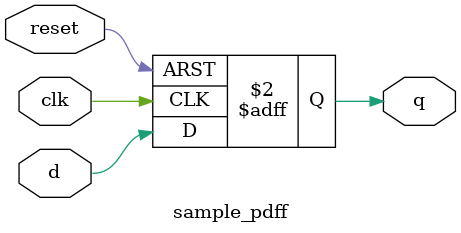
<source format=sv>
module sample_pdff(
  input  logic clk,
  input  logic reset,
  input  logic d,
  output logic q
);
  always @(posedge clk or posedge reset) begin
    if (reset) begin
      q <= 1'b0;
    end else begin
      q <= d;
    end
  end
endmodule
</source>
